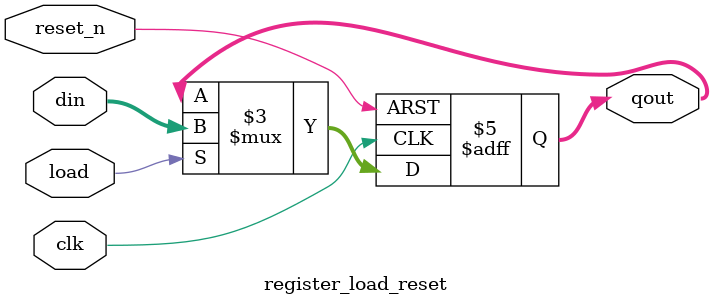
<source format=v>
module register_load_reset #(
    parameter N = 4   // number of bits
)(
    input wire          clk,
    input wire          load,
    input wire          reset_n,
    input wire  [N-1:0] din,
    output reg  [N-1:0] qout
); 

    always @(posedge clk or negedge reset_n) begin
        if (!reset_n)    
            qout <= {N{1'b0}}; 
        else if (load)  
            qout <= din;
    end
endmodule 

</source>
